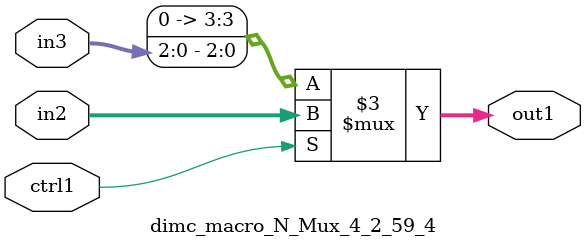
<source format=v>

`timescale 1ps / 1ps


module dimc_macro_N_Mux_4_2_59_4( in3, in2, ctrl1, out1 );

    input [2:0] in3;
    input [3:0] in2;
    input ctrl1;
    output [3:0] out1;
    reg [3:0] out1;

    
    // rtl_process:dimc_macro_N_Mux_4_2_59_4/dimc_macro_N_Mux_4_2_59_4_thread_1
    always @*
      begin : dimc_macro_N_Mux_4_2_59_4_thread_1
        case (ctrl1) 
          1'b1: 
            begin
              out1 = in2;
            end
          default: 
            begin
              out1 = {1'b0, in3};
            end
        endcase
      end

endmodule



</source>
